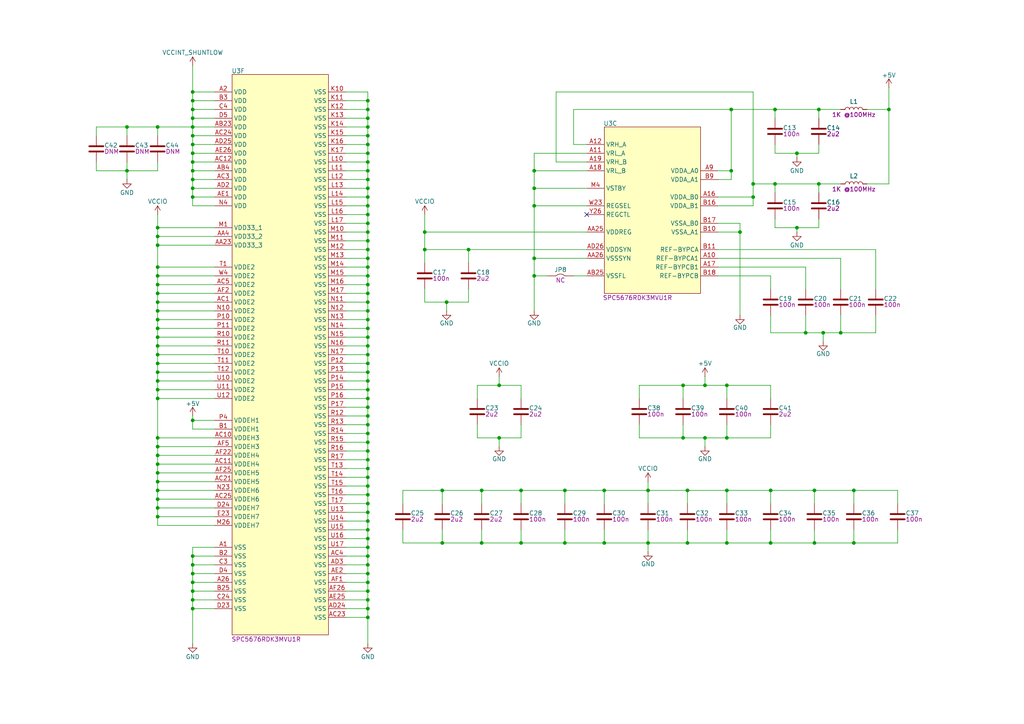
<source format=kicad_sch>
(kicad_sch (version 20231120) (generator "eeschema") (generator_version "8.0")
  (paper "A4")
  (junction (at 45.72 115.57))
  (junction (at 106.68 44.45))
  (junction (at 210.82 157.48))
  (junction (at 55.88 49.53))
  (junction (at 45.72 129.54))
  (junction (at 106.68 46.99))
  (junction (at 106.68 102.87))
  (junction (at 45.72 110.49))
  (junction (at 237.49 53.34))
  (junction (at 106.68 80.01))
  (junction (at 106.68 179.07))
  (junction (at 151.13 142.24))
  (junction (at 224.79 31.75))
  (junction (at 106.68 77.47))
  (junction (at 106.68 115.57))
  (junction (at 55.88 34.29))
  (junction (at 55.88 161.29))
  (junction (at 45.72 82.55))
  (junction (at 106.68 92.71))
  (junction (at 238.76 96.52))
  (junction (at 106.68 118.11))
  (junction (at 106.68 54.61))
  (junction (at 106.68 52.07))
  (junction (at 45.72 139.7))
  (junction (at 45.72 134.62))
  (junction (at 123.19 72.39))
  (junction (at 55.88 163.83))
  (junction (at 106.68 97.79))
  (junction (at 199.39 142.24))
  (junction (at 187.96 142.24))
  (junction (at 45.72 92.71))
  (junction (at 36.83 36.83))
  (junction (at 106.68 105.41))
  (junction (at 218.44 57.15))
  (junction (at 210.82 127))
  (junction (at 55.88 171.45))
  (junction (at 154.94 54.61))
  (junction (at 243.84 96.52))
  (junction (at 106.68 29.21))
  (junction (at 55.88 26.67))
  (junction (at 154.94 59.69))
  (junction (at 55.88 52.07))
  (junction (at 198.12 127))
  (junction (at 231.14 66.04))
  (junction (at 106.68 57.15))
  (junction (at 106.68 163.83))
  (junction (at 106.68 135.89))
  (junction (at 106.68 64.77))
  (junction (at 45.72 132.08))
  (junction (at 106.68 151.13))
  (junction (at 45.72 137.16))
  (junction (at 163.83 157.48))
  (junction (at 106.68 158.75))
  (junction (at 247.65 157.48))
  (junction (at 154.94 80.01))
  (junction (at 106.68 90.17))
  (junction (at 106.68 168.91))
  (junction (at 106.68 110.49))
  (junction (at 106.68 36.83))
  (junction (at 106.68 69.85))
  (junction (at 45.72 85.09))
  (junction (at 55.88 168.91))
  (junction (at 106.68 49.53))
  (junction (at 106.68 130.81))
  (junction (at 247.65 142.24))
  (junction (at 144.78 127))
  (junction (at 204.47 127))
  (junction (at 45.72 100.33))
  (junction (at 106.68 153.67))
  (junction (at 106.68 87.63))
  (junction (at 106.68 31.75))
  (junction (at 204.47 111.76))
  (junction (at 106.68 128.27))
  (junction (at 106.68 107.95))
  (junction (at 139.7 157.48))
  (junction (at 175.26 157.48))
  (junction (at 187.96 157.48))
  (junction (at 45.72 68.58))
  (junction (at 214.63 67.31))
  (junction (at 218.44 53.34))
  (junction (at 223.52 157.48))
  (junction (at 106.68 123.19))
  (junction (at 106.68 166.37))
  (junction (at 45.72 77.47))
  (junction (at 55.88 39.37))
  (junction (at 144.78 111.76))
  (junction (at 106.68 138.43))
  (junction (at 106.68 74.93))
  (junction (at 45.72 97.79))
  (junction (at 55.88 31.75))
  (junction (at 55.88 173.99))
  (junction (at 106.68 72.39))
  (junction (at 139.7 142.24))
  (junction (at 106.68 59.69))
  (junction (at 45.72 147.32))
  (junction (at 106.68 133.35))
  (junction (at 210.82 111.76))
  (junction (at 45.72 142.24))
  (junction (at 45.72 107.95))
  (junction (at 212.09 31.75))
  (junction (at 129.54 87.63))
  (junction (at 45.72 66.04))
  (junction (at 106.68 173.99))
  (junction (at 36.83 49.53))
  (junction (at 45.72 36.83))
  (junction (at 45.72 113.03))
  (junction (at 45.72 95.25))
  (junction (at 257.81 31.75))
  (junction (at 106.68 171.45))
  (junction (at 55.88 44.45))
  (junction (at 106.68 125.73))
  (junction (at 45.72 149.86))
  (junction (at 106.68 95.25))
  (junction (at 106.68 62.23))
  (junction (at 45.72 80.01))
  (junction (at 163.83 142.24))
  (junction (at 55.88 46.99))
  (junction (at 55.88 166.37))
  (junction (at 128.27 157.48))
  (junction (at 233.68 96.52))
  (junction (at 106.68 82.55))
  (junction (at 135.89 72.39))
  (junction (at 45.72 144.78))
  (junction (at 198.12 111.76))
  (junction (at 55.88 41.91))
  (junction (at 210.82 142.24))
  (junction (at 45.72 90.17))
  (junction (at 199.39 157.48))
  (junction (at 106.68 146.05))
  (junction (at 55.88 54.61))
  (junction (at 106.68 34.29))
  (junction (at 45.72 127))
  (junction (at 106.68 100.33))
  (junction (at 55.88 176.53))
  (junction (at 106.68 39.37))
  (junction (at 236.22 142.24))
  (junction (at 55.88 121.92))
  (junction (at 106.68 67.31))
  (junction (at 55.88 29.21))
  (junction (at 154.94 74.93))
  (junction (at 175.26 142.24))
  (junction (at 45.72 71.12))
  (junction (at 224.79 53.34))
  (junction (at 106.68 85.09))
  (junction (at 106.68 161.29))
  (junction (at 151.13 157.48))
  (junction (at 55.88 57.15))
  (junction (at 236.22 157.48))
  (junction (at 123.19 67.31))
  (junction (at 223.52 142.24))
  (junction (at 128.27 142.24))
  (junction (at 106.68 41.91))
  (junction (at 45.72 87.63))
  (junction (at 106.68 156.21))
  (junction (at 45.72 102.87))
  (junction (at 237.49 31.75))
  (junction (at 106.68 176.53))
  (junction (at 106.68 120.65))
  (junction (at 45.72 105.41))
  (junction (at 106.68 143.51))
  (junction (at 231.14 44.45))
  (junction (at 106.68 113.03))
  (junction (at 55.88 36.83))
  (junction (at 106.68 148.59))
  (junction (at 154.94 49.53))
  (junction (at 212.09 49.53))
  (junction (at 106.68 140.97))
  (no_connect (at 170.18 62.23))
  (wire (pts (xy 223.52 111.76) (xy 223.52 115.57)))
  (wire (pts (xy 55.88 57.15) (xy 55.88 59.69)))
  (wire (pts (xy 100.33 171.45) (xy 106.68 171.45)))
  (wire (pts (xy 27.94 36.83) (xy 36.83 36.83)))
  (wire (pts (xy 45.72 71.12) (xy 45.72 68.58)))
  (wire (pts (xy 106.68 57.15) (xy 106.68 59.69)))
  (wire (pts (xy 163.83 157.48) (xy 175.26 157.48)))
  (wire (pts (xy 231.14 66.04) (xy 237.49 66.04)))
  (wire (pts (xy 100.33 31.75) (xy 106.68 31.75)))
  (wire (pts (xy 100.33 44.45) (xy 106.68 44.45)))
  (wire (pts (xy 55.88 19.05) (xy 55.88 26.67)))
  (wire (pts (xy 45.72 152.4) (xy 45.72 149.86)))
  (wire (pts (xy 106.68 95.25) (xy 106.68 97.79)))
  (wire (pts (xy 247.65 142.24) (xy 260.35 142.24)))
  (wire (pts (xy 204.47 127) (xy 204.47 129.54)))
  (wire (pts (xy 100.33 125.73) (xy 106.68 125.73)))
  (wire (pts (xy 100.33 67.31) (xy 106.68 67.31)))
  (wire (pts (xy 55.88 121.92) (xy 55.88 124.46)))
  (wire (pts (xy 218.44 57.15) (xy 218.44 59.69)))
  (wire (pts (xy 45.72 97.79) (xy 62.23 97.79)))
  (wire (pts (xy 45.72 92.71) (xy 45.72 90.17)))
  (wire (pts (xy 204.47 127) (xy 210.82 127)))
  (wire (pts (xy 55.88 173.99) (xy 62.23 173.99)))
  (wire (pts (xy 151.13 127) (xy 151.13 123.19)))
  (wire (pts (xy 185.42 115.57) (xy 185.42 111.76)))
  (wire (pts (xy 106.68 135.89) (xy 106.68 138.43)))
  (wire (pts (xy 55.88 166.37) (xy 55.88 168.91)))
  (wire (pts (xy 212.09 49.53) (xy 212.09 31.75)))
  (wire (pts (xy 55.88 176.53) (xy 62.23 176.53)))
  (wire (pts (xy 106.68 92.71) (xy 106.68 95.25)))
  (wire (pts (xy 224.79 31.75) (xy 224.79 34.29)))
  (wire (pts (xy 100.33 128.27) (xy 106.68 128.27)))
  (wire (pts (xy 175.26 142.24) (xy 187.96 142.24)))
  (wire (pts (xy 100.33 54.61) (xy 106.68 54.61)))
  (wire (pts (xy 151.13 157.48) (xy 163.83 157.48)))
  (wire (pts (xy 100.33 74.93) (xy 106.68 74.93)))
  (wire (pts (xy 100.33 34.29) (xy 106.68 34.29)))
  (wire (pts (xy 236.22 142.24) (xy 247.65 142.24)))
  (wire (pts (xy 27.94 46.99) (xy 27.94 49.53)))
  (wire (pts (xy 100.33 102.87) (xy 106.68 102.87)))
  (wire (pts (xy 237.49 53.34) (xy 243.84 53.34)))
  (wire (pts (xy 45.72 66.04) (xy 45.72 68.58)))
  (wire (pts (xy 154.94 74.93) (xy 154.94 80.01)))
  (wire (pts (xy 100.33 29.21) (xy 106.68 29.21)))
  (wire (pts (xy 163.83 142.24) (xy 163.83 146.05)))
  (wire (pts (xy 154.94 49.53) (xy 170.18 49.53)))
  (wire (pts (xy 199.39 142.24) (xy 199.39 146.05)))
  (wire (pts (xy 100.33 115.57) (xy 106.68 115.57)))
  (wire (pts (xy 45.72 105.41) (xy 62.23 105.41)))
  (wire (pts (xy 100.33 113.03) (xy 106.68 113.03)))
  (wire (pts (xy 100.33 107.95) (xy 106.68 107.95)))
  (wire (pts (xy 208.28 72.39) (xy 254 72.39)))
  (wire (pts (xy 237.49 31.75) (xy 237.49 34.29)))
  (wire (pts (xy 100.33 151.13) (xy 106.68 151.13)))
  (wire (pts (xy 106.68 62.23) (xy 106.68 64.77)))
  (wire (pts (xy 62.23 152.4) (xy 45.72 152.4)))
  (wire (pts (xy 166.37 80.01) (xy 170.18 80.01)))
  (wire (pts (xy 123.19 87.63) (xy 129.54 87.63)))
  (wire (pts (xy 106.68 77.47) (xy 106.68 80.01)))
  (wire (pts (xy 154.94 59.69) (xy 154.94 74.93)))
  (wire (pts (xy 100.33 123.19) (xy 106.68 123.19)))
  (wire (pts (xy 45.72 62.23) (xy 45.72 66.04)))
  (wire (pts (xy 100.33 148.59) (xy 106.68 148.59)))
  (wire (pts (xy 100.33 153.67) (xy 106.68 153.67)))
  (wire (pts (xy 185.42 127) (xy 198.12 127)))
  (wire (pts (xy 236.22 153.67) (xy 236.22 157.48)))
  (wire (pts (xy 55.88 158.75) (xy 55.88 161.29)))
  (wire (pts (xy 175.26 142.24) (xy 175.26 146.05)))
  (wire (pts (xy 55.88 34.29) (xy 55.88 36.83)))
  (wire (pts (xy 45.72 132.08) (xy 62.23 132.08)))
  (wire (pts (xy 100.33 176.53) (xy 106.68 176.53)))
  (wire (pts (xy 106.68 44.45) (xy 106.68 46.99)))
  (wire (pts (xy 100.33 64.77) (xy 106.68 64.77)))
  (wire (pts (xy 154.94 59.69) (xy 170.18 59.69)))
  (wire (pts (xy 208.28 74.93) (xy 243.84 74.93)))
  (wire (pts (xy 128.27 153.67) (xy 128.27 157.48)))
  (wire (pts (xy 100.33 138.43) (xy 106.68 138.43)))
  (wire (pts (xy 45.72 132.08) (xy 45.72 129.54)))
  (wire (pts (xy 55.88 46.99) (xy 55.88 49.53)))
  (wire (pts (xy 45.72 71.12) (xy 62.23 71.12)))
  (wire (pts (xy 138.43 123.19) (xy 138.43 127)))
  (wire (pts (xy 251.46 31.75) (xy 257.81 31.75)))
  (wire (pts (xy 100.33 168.91) (xy 106.68 168.91)))
  (wire (pts (xy 260.35 142.24) (xy 260.35 146.05)))
  (wire (pts (xy 100.33 69.85) (xy 106.68 69.85)))
  (wire (pts (xy 106.68 151.13) (xy 106.68 153.67)))
  (wire (pts (xy 55.88 168.91) (xy 62.23 168.91)))
  (wire (pts (xy 45.72 49.53) (xy 45.72 46.99)))
  (wire (pts (xy 45.72 139.7) (xy 62.23 139.7)))
  (wire (pts (xy 45.72 147.32) (xy 45.72 144.78)))
  (wire (pts (xy 223.52 142.24) (xy 236.22 142.24)))
  (wire (pts (xy 45.72 129.54) (xy 45.72 127)))
  (wire (pts (xy 100.33 110.49) (xy 106.68 110.49)))
  (wire (pts (xy 55.88 34.29) (xy 62.23 34.29)))
  (wire (pts (xy 154.94 54.61) (xy 154.94 59.69)))
  (wire (pts (xy 45.72 144.78) (xy 45.72 142.24)))
  (wire (pts (xy 55.88 161.29) (xy 55.88 163.83)))
  (wire (pts (xy 128.27 157.48) (xy 139.7 157.48)))
  (wire (pts (xy 106.68 102.87) (xy 106.68 105.41)))
  (wire (pts (xy 233.68 91.44) (xy 233.68 96.52)))
  (wire (pts (xy 224.79 53.34) (xy 237.49 53.34)))
  (wire (pts (xy 210.82 142.24) (xy 210.82 146.05)))
  (wire (pts (xy 100.33 135.89) (xy 106.68 135.89)))
  (wire (pts (xy 212.09 49.53) (xy 208.28 49.53)))
  (wire (pts (xy 257.81 31.75) (xy 257.81 53.34)))
  (wire (pts (xy 55.88 41.91) (xy 62.23 41.91)))
  (wire (pts (xy 260.35 157.48) (xy 260.35 153.67)))
  (wire (pts (xy 100.33 120.65) (xy 106.68 120.65)))
  (wire (pts (xy 187.96 139.7) (xy 187.96 142.24)))
  (wire (pts (xy 55.88 39.37) (xy 55.88 41.91)))
  (wire (pts (xy 223.52 127) (xy 223.52 123.19)))
  (wire (pts (xy 106.68 31.75) (xy 106.68 34.29)))
  (wire (pts (xy 55.88 173.99) (xy 55.88 176.53)))
  (wire (pts (xy 116.84 142.24) (xy 116.84 146.05)))
  (wire (pts (xy 247.65 153.67) (xy 247.65 157.48)))
  (wire (pts (xy 55.88 161.29) (xy 62.23 161.29)))
  (wire (pts (xy 100.33 95.25) (xy 106.68 95.25)))
  (wire (pts (xy 55.88 31.75) (xy 62.23 31.75)))
  (wire (pts (xy 199.39 157.48) (xy 210.82 157.48)))
  (wire (pts (xy 135.89 72.39) (xy 135.89 76.2)))
  (wire (pts (xy 100.33 80.01) (xy 106.68 80.01)))
  (wire (pts (xy 175.26 157.48) (xy 187.96 157.48)))
  (wire (pts (xy 139.7 142.24) (xy 151.13 142.24)))
  (wire (pts (xy 100.33 36.83) (xy 106.68 36.83)))
  (wire (pts (xy 154.94 54.61) (xy 170.18 54.61)))
  (wire (pts (xy 45.72 144.78) (xy 62.23 144.78)))
  (wire (pts (xy 106.68 168.91) (xy 106.68 171.45)))
  (wire (pts (xy 27.94 49.53) (xy 36.83 49.53)))
  (wire (pts (xy 100.33 166.37) (xy 106.68 166.37)))
  (wire (pts (xy 237.49 31.75) (xy 243.84 31.75)))
  (wire (pts (xy 187.96 157.48) (xy 199.39 157.48)))
  (wire (pts (xy 116.84 153.67) (xy 116.84 157.48)))
  (wire (pts (xy 106.68 34.29) (xy 106.68 36.83)))
  (wire (pts (xy 55.88 54.61) (xy 62.23 54.61)))
  (wire (pts (xy 45.72 82.55) (xy 62.23 82.55)))
  (wire (pts (xy 55.88 171.45) (xy 55.88 173.99)))
  (wire (pts (xy 100.33 173.99) (xy 106.68 173.99)))
  (wire (pts (xy 62.23 129.54) (xy 45.72 129.54)))
  (wire (pts (xy 106.68 163.83) (xy 106.68 166.37)))
  (wire (pts (xy 106.68 29.21) (xy 106.68 31.75)))
  (wire (pts (xy 123.19 67.31) (xy 170.18 67.31)))
  (wire (pts (xy 45.72 100.33) (xy 45.72 97.79)))
  (wire (pts (xy 100.33 57.15) (xy 106.68 57.15)))
  (wire (pts (xy 106.68 97.79) (xy 106.68 100.33)))
  (wire (pts (xy 212.09 31.75) (xy 166.37 31.75)))
  (wire (pts (xy 45.72 95.25) (xy 62.23 95.25)))
  (wire (pts (xy 106.68 87.63) (xy 106.68 90.17)))
  (wire (pts (xy 208.28 77.47) (xy 233.68 77.47)))
  (wire (pts (xy 185.42 111.76) (xy 198.12 111.76)))
  (wire (pts (xy 45.72 110.49) (xy 62.23 110.49)))
  (wire (pts (xy 100.33 156.21) (xy 106.68 156.21)))
  (wire (pts (xy 106.68 54.61) (xy 106.68 57.15)))
  (wire (pts (xy 151.13 142.24) (xy 151.13 146.05)))
  (wire (pts (xy 45.72 134.62) (xy 62.23 134.62)))
  (wire (pts (xy 144.78 127) (xy 151.13 127)))
  (wire (pts (xy 106.68 130.81) (xy 106.68 133.35)))
  (wire (pts (xy 45.72 139.7) (xy 45.72 137.16)))
  (wire (pts (xy 187.96 157.48) (xy 187.96 160.02)))
  (wire (pts (xy 100.33 85.09) (xy 106.68 85.09)))
  (wire (pts (xy 100.33 82.55) (xy 106.68 82.55)))
  (wire (pts (xy 106.68 72.39) (xy 106.68 74.93)))
  (wire (pts (xy 100.33 90.17) (xy 106.68 90.17)))
  (wire (pts (xy 161.29 26.67) (xy 161.29 46.99)))
  (wire (pts (xy 257.81 25.4) (xy 257.81 31.75)))
  (wire (pts (xy 45.72 137.16) (xy 62.23 137.16)))
  (wire (pts (xy 212.09 52.07) (xy 212.09 49.53)))
  (wire (pts (xy 139.7 153.67) (xy 139.7 157.48)))
  (wire (pts (xy 116.84 142.24) (xy 128.27 142.24)))
  (wire (pts (xy 106.68 153.67) (xy 106.68 156.21)))
  (wire (pts (xy 233.68 96.52) (xy 238.76 96.52)))
  (wire (pts (xy 161.29 46.99) (xy 170.18 46.99)))
  (wire (pts (xy 199.39 142.24) (xy 210.82 142.24)))
  (wire (pts (xy 45.72 85.09) (xy 45.72 82.55)))
  (wire (pts (xy 36.83 36.83) (xy 45.72 36.83)))
  (wire (pts (xy 100.33 161.29) (xy 106.68 161.29)))
  (wire (pts (xy 45.72 127) (xy 45.72 115.57)))
  (wire (pts (xy 100.33 146.05) (xy 106.68 146.05)))
  (wire (pts (xy 106.68 161.29) (xy 106.68 163.83)))
  (wire (pts (xy 224.79 44.45) (xy 231.14 44.45)))
  (wire (pts (xy 163.83 142.24) (xy 175.26 142.24)))
  (wire (pts (xy 45.72 142.24) (xy 45.72 139.7)))
  (wire (pts (xy 45.72 113.03) (xy 62.23 113.03)))
  (wire (pts (xy 106.68 64.77) (xy 106.68 67.31)))
  (wire (pts (xy 198.12 111.76) (xy 198.12 115.57)))
  (wire (pts (xy 144.78 109.22) (xy 144.78 111.76)))
  (wire (pts (xy 55.88 120.65) (xy 55.88 121.92)))
  (wire (pts (xy 100.33 118.11) (xy 106.68 118.11)))
  (wire (pts (xy 45.72 80.01) (xy 45.72 77.47)))
  (wire (pts (xy 55.88 36.83) (xy 55.88 39.37)))
  (wire (pts (xy 218.44 26.67) (xy 218.44 53.34)))
  (wire (pts (xy 237.49 53.34) (xy 237.49 55.88)))
  (wire (pts (xy 106.68 39.37) (xy 106.68 41.91)))
  (wire (pts (xy 198.12 127) (xy 204.47 127)))
  (wire (pts (xy 187.96 142.24) (xy 199.39 142.24)))
  (wire (pts (xy 106.68 138.43) (xy 106.68 140.97)))
  (wire (pts (xy 236.22 157.48) (xy 247.65 157.48)))
  (wire (pts (xy 123.19 62.23) (xy 123.19 67.31)))
  (wire (pts (xy 45.72 147.32) (xy 62.23 147.32)))
  (wire (pts (xy 100.33 49.53) (xy 106.68 49.53)))
  (wire (pts (xy 106.68 120.65) (xy 106.68 123.19)))
  (wire (pts (xy 55.88 171.45) (xy 62.23 171.45)))
  (wire (pts (xy 210.82 111.76) (xy 210.82 115.57)))
  (wire (pts (xy 231.14 44.45) (xy 231.14 45.72)))
  (wire (pts (xy 55.88 31.75) (xy 55.88 34.29)))
  (wire (pts (xy 224.79 66.04) (xy 231.14 66.04)))
  (wire (pts (xy 236.22 142.24) (xy 236.22 146.05)))
  (wire (pts (xy 123.19 72.39) (xy 123.19 76.2)))
  (wire (pts (xy 55.88 176.53) (xy 55.88 186.69)))
  (wire (pts (xy 106.68 143.51) (xy 106.68 146.05)))
  (wire (pts (xy 45.72 77.47) (xy 45.72 71.12)))
  (wire (pts (xy 106.68 128.27) (xy 106.68 130.81)))
  (wire (pts (xy 55.88 166.37) (xy 62.23 166.37)))
  (wire (pts (xy 45.72 80.01) (xy 62.23 80.01)))
  (wire (pts (xy 45.72 102.87) (xy 45.72 100.33)))
  (wire (pts (xy 106.68 146.05) (xy 106.68 148.59)))
  (wire (pts (xy 106.68 85.09) (xy 106.68 87.63)))
  (wire (pts (xy 45.72 134.62) (xy 45.72 132.08)))
  (wire (pts (xy 212.09 52.07) (xy 208.28 52.07)))
  (wire (pts (xy 128.27 142.24) (xy 128.27 146.05)))
  (wire (pts (xy 151.13 111.76) (xy 151.13 115.57)))
  (wire (pts (xy 208.28 57.15) (xy 218.44 57.15)))
  (wire (pts (xy 254 96.52) (xy 254 91.44)))
  (wire (pts (xy 36.83 36.83) (xy 36.83 39.37)))
  (wire (pts (xy 45.72 102.87) (xy 62.23 102.87)))
  (wire (pts (xy 106.68 49.53) (xy 106.68 52.07)))
  (wire (pts (xy 210.82 127) (xy 223.52 127)))
  (wire (pts (xy 106.68 107.95) (xy 106.68 110.49)))
  (wire (pts (xy 224.79 66.04) (xy 224.79 63.5)))
  (wire (pts (xy 154.94 80.01) (xy 154.94 90.17)))
  (wire (pts (xy 106.68 156.21) (xy 106.68 158.75)))
  (wire (pts (xy 129.54 87.63) (xy 135.89 87.63)))
  (wire (pts (xy 45.72 90.17) (xy 62.23 90.17)))
  (wire (pts (xy 100.33 77.47) (xy 106.68 77.47)))
  (wire (pts (xy 231.14 66.04) (xy 231.14 67.31)))
  (wire (pts (xy 116.84 157.48) (xy 128.27 157.48)))
  (wire (pts (xy 100.33 62.23) (xy 106.68 62.23)))
  (wire (pts (xy 100.33 143.51) (xy 106.68 143.51)))
  (wire (pts (xy 45.72 149.86) (xy 62.23 149.86)))
  (wire (pts (xy 45.72 85.09) (xy 62.23 85.09)))
  (wire (pts (xy 163.83 153.67) (xy 163.83 157.48)))
  (wire (pts (xy 45.72 87.63) (xy 62.23 87.63)))
  (wire (pts (xy 247.65 157.48) (xy 260.35 157.48)))
  (wire (pts (xy 45.72 82.55) (xy 45.72 80.01)))
  (wire (pts (xy 45.72 100.33) (xy 62.23 100.33)))
  (wire (pts (xy 106.68 74.93) (xy 106.68 77.47)))
  (wire (pts (xy 154.94 49.53) (xy 154.94 54.61)))
  (wire (pts (xy 208.28 67.31) (xy 214.63 67.31)))
  (wire (pts (xy 106.68 123.19) (xy 106.68 125.73)))
  (wire (pts (xy 100.33 158.75) (xy 106.68 158.75)))
  (wire (pts (xy 106.68 41.91) (xy 106.68 44.45)))
  (wire (pts (xy 138.43 127) (xy 144.78 127)))
  (wire (pts (xy 45.72 105.41) (xy 45.72 102.87)))
  (wire (pts (xy 243.84 91.44) (xy 243.84 96.52)))
  (wire (pts (xy 166.37 41.91) (xy 170.18 41.91)))
  (wire (pts (xy 55.88 163.83) (xy 55.88 166.37)))
  (wire (pts (xy 55.88 168.91) (xy 55.88 171.45)))
  (wire (pts (xy 55.88 44.45) (xy 55.88 46.99)))
  (wire (pts (xy 106.68 26.67) (xy 106.68 29.21)))
  (wire (pts (xy 45.72 142.24) (xy 62.23 142.24)))
  (wire (pts (xy 129.54 87.63) (xy 129.54 90.17)))
  (wire (pts (xy 224.79 53.34) (xy 224.79 55.88)))
  (wire (pts (xy 36.83 46.99) (xy 36.83 49.53)))
  (wire (pts (xy 237.49 44.45) (xy 237.49 41.91)))
  (wire (pts (xy 62.23 115.57) (xy 45.72 115.57)))
  (wire (pts (xy 210.82 153.67) (xy 210.82 157.48)))
  (wire (pts (xy 223.52 80.01) (xy 223.52 83.82)))
  (wire (pts (xy 233.68 77.47) (xy 233.68 83.82)))
  (wire (pts (xy 55.88 26.67) (xy 62.23 26.67)))
  (wire (pts (xy 100.33 97.79) (xy 106.68 97.79)))
  (wire (pts (xy 45.72 113.03) (xy 45.72 110.49)))
  (wire (pts (xy 106.68 110.49) (xy 106.68 113.03)))
  (wire (pts (xy 55.88 29.21) (xy 55.88 31.75)))
  (wire (pts (xy 100.33 92.71) (xy 106.68 92.71)))
  (wire (pts (xy 198.12 111.76) (xy 204.47 111.76)))
  (wire (pts (xy 106.68 158.75) (xy 106.68 161.29)))
  (wire (pts (xy 100.33 41.91) (xy 106.68 41.91)))
  (wire (pts (xy 106.68 67.31) (xy 106.68 69.85)))
  (wire (pts (xy 100.33 130.81) (xy 106.68 130.81)))
  (wire (pts (xy 254 72.39) (xy 254 83.82)))
  (wire (pts (xy 45.72 115.57) (xy 45.72 113.03)))
  (wire (pts (xy 151.13 153.67) (xy 151.13 157.48)))
  (wire (pts (xy 106.68 140.97) (xy 106.68 143.51)))
  (wire (pts (xy 208.28 64.77) (xy 214.63 64.77)))
  (wire (pts (xy 45.72 68.58) (xy 62.23 68.58)))
  (wire (pts (xy 212.09 31.75) (xy 224.79 31.75)))
  (wire (pts (xy 62.23 66.04) (xy 45.72 66.04)))
  (wire (pts (xy 106.68 80.01) (xy 106.68 82.55)))
  (wire (pts (xy 106.68 46.99) (xy 106.68 49.53)))
  (wire (pts (xy 27.94 36.83) (xy 27.94 39.37)))
  (wire (pts (xy 106.68 115.57) (xy 106.68 118.11)))
  (wire (pts (xy 55.88 121.92) (xy 62.23 121.92)))
  (wire (pts (xy 100.33 87.63) (xy 106.68 87.63)))
  (wire (pts (xy 223.52 142.24) (xy 223.52 146.05)))
  (wire (pts (xy 210.82 111.76) (xy 223.52 111.76)))
  (wire (pts (xy 218.44 53.34) (xy 224.79 53.34)))
  (wire (pts (xy 185.42 123.19) (xy 185.42 127)))
  (wire (pts (xy 210.82 123.19) (xy 210.82 127)))
  (wire (pts (xy 139.7 157.48) (xy 151.13 157.48)))
  (wire (pts (xy 45.72 77.47) (xy 62.23 77.47)))
  (wire (pts (xy 175.26 153.67) (xy 175.26 157.48)))
  (wire (pts (xy 238.76 96.52) (xy 238.76 99.06)))
  (wire (pts (xy 106.68 52.07) (xy 106.68 54.61)))
  (wire (pts (xy 62.23 127) (xy 45.72 127)))
  (wire (pts (xy 204.47 109.22) (xy 204.47 111.76)))
  (wire (pts (xy 106.68 173.99) (xy 106.68 176.53)))
  (wire (pts (xy 100.33 140.97) (xy 106.68 140.97)))
  (wire (pts (xy 106.68 90.17) (xy 106.68 92.71)))
  (wire (pts (xy 170.18 44.45) (xy 154.94 44.45)))
  (wire (pts (xy 210.82 142.24) (xy 223.52 142.24)))
  (wire (pts (xy 100.33 133.35) (xy 106.68 133.35)))
  (wire (pts (xy 237.49 66.04) (xy 237.49 63.5)))
  (wire (pts (xy 154.94 44.45) (xy 154.94 49.53)))
  (wire (pts (xy 199.39 153.67) (xy 199.39 157.48)))
  (wire (pts (xy 55.88 52.07) (xy 62.23 52.07)))
  (wire (pts (xy 45.72 107.95) (xy 62.23 107.95)))
  (wire (pts (xy 106.68 133.35) (xy 106.68 135.89)))
  (wire (pts (xy 208.28 80.01) (xy 223.52 80.01)))
  (wire (pts (xy 55.88 54.61) (xy 55.88 57.15)))
  (wire (pts (xy 106.68 59.69) (xy 106.68 62.23)))
  (wire (pts (xy 55.88 57.15) (xy 62.23 57.15)))
  (wire (pts (xy 247.65 142.24) (xy 247.65 146.05)))
  (wire (pts (xy 100.33 100.33) (xy 106.68 100.33)))
  (wire (pts (xy 106.68 179.07) (xy 106.68 186.69)))
  (wire (pts (xy 223.52 91.44) (xy 223.52 96.52)))
  (wire (pts (xy 223.52 157.48) (xy 236.22 157.48)))
  (wire (pts (xy 218.44 26.67) (xy 161.29 26.67)))
  (wire (pts (xy 55.88 44.45) (xy 62.23 44.45)))
  (wire (pts (xy 243.84 74.93) (xy 243.84 83.82)))
  (wire (pts (xy 204.47 111.76) (xy 210.82 111.76)))
  (wire (pts (xy 139.7 146.05) (xy 139.7 142.24)))
  (wire (pts (xy 100.33 179.07) (xy 106.68 179.07)))
  (wire (pts (xy 223.52 96.52) (xy 233.68 96.52)))
  (wire (pts (xy 45.72 90.17) (xy 45.72 87.63)))
  (wire (pts (xy 106.68 148.59) (xy 106.68 151.13)))
  (wire (pts (xy 100.33 46.99) (xy 106.68 46.99)))
  (wire (pts (xy 45.72 87.63) (xy 45.72 85.09)))
  (wire (pts (xy 151.13 142.24) (xy 163.83 142.24)))
  (wire (pts (xy 135.89 87.63) (xy 135.89 83.82)))
  (wire (pts (xy 123.19 67.31) (xy 123.19 72.39)))
  (wire (pts (xy 100.33 72.39) (xy 106.68 72.39)))
  (wire (pts (xy 123.19 83.82) (xy 123.19 87.63)))
  (wire (pts (xy 154.94 80.01) (xy 158.75 80.01)))
  (wire (pts (xy 45.72 137.16) (xy 45.72 134.62)))
  (wire (pts (xy 123.19 72.39) (xy 135.89 72.39)))
  (wire (pts (xy 223.52 153.67) (xy 223.52 157.48)))
  (wire (pts (xy 187.96 142.24) (xy 187.96 146.05)))
  (wire (pts (xy 55.88 49.53) (xy 55.88 52.07)))
  (wire (pts (xy 45.72 36.83) (xy 45.72 39.37)))
  (wire (pts (xy 36.83 49.53) (xy 36.83 52.07)))
  (wire (pts (xy 106.68 69.85) (xy 106.68 72.39)))
  (wire (pts (xy 100.33 39.37) (xy 106.68 39.37)))
  (wire (pts (xy 106.68 113.03) (xy 106.68 115.57)))
  (wire (pts (xy 144.78 111.76) (xy 151.13 111.76)))
  (wire (pts (xy 154.94 74.93) (xy 170.18 74.93)))
  (wire (pts (xy 106.68 166.37) (xy 106.68 168.91)))
  (wire (pts (xy 214.63 64.77) (xy 214.63 67.31)))
  (wire (pts (xy 45.72 110.49) (xy 45.72 107.95)))
  (wire (pts (xy 100.33 59.69) (xy 106.68 59.69)))
  (wire (pts (xy 106.68 118.11) (xy 106.68 120.65)))
  (wire (pts (xy 55.88 49.53) (xy 62.23 49.53)))
  (wire (pts (xy 45.72 95.25) (xy 45.72 92.71)))
  (wire (pts (xy 100.33 105.41) (xy 106.68 105.41)))
  (wire (pts (xy 224.79 41.91) (xy 224.79 44.45)))
  (wire (pts (xy 231.14 44.45) (xy 237.49 44.45)))
  (wire (pts (xy 187.96 153.67) (xy 187.96 157.48)))
  (wire (pts (xy 45.72 36.83) (xy 55.88 36.83)))
  (wire (pts (xy 55.88 46.99) (xy 62.23 46.99)))
  (wire (pts (xy 55.88 59.69) (xy 62.23 59.69)))
  (wire (pts (xy 218.44 59.69) (xy 208.28 59.69)))
  (wire (pts (xy 106.68 82.55) (xy 106.68 85.09)))
  (wire (pts (xy 218.44 53.34) (xy 218.44 57.15)))
  (wire (pts (xy 170.18 72.39) (xy 135.89 72.39)))
  (wire (pts (xy 55.88 52.07) (xy 55.88 54.61)))
  (wire (pts (xy 106.68 176.53) (xy 106.68 179.07)))
  (wire (pts (xy 55.88 41.91) (xy 55.88 44.45)))
  (wire (pts (xy 45.72 97.79) (xy 45.72 95.25)))
  (wire (pts (xy 198.12 123.19) (xy 198.12 127)))
  (wire (pts (xy 100.33 52.07) (xy 106.68 52.07)))
  (wire (pts (xy 45.72 149.86) (xy 45.72 147.32)))
  (wire (pts (xy 106.68 171.45) (xy 106.68 173.99)))
  (wire (pts (xy 55.88 26.67) (xy 55.88 29.21)))
  (wire (pts (xy 106.68 105.41) (xy 106.68 107.95)))
  (wire (pts (xy 55.88 39.37) (xy 62.23 39.37)))
  (wire (pts (xy 138.43 115.57) (xy 138.43 111.76)))
  (wire (pts (xy 243.84 96.52) (xy 254 96.52)))
  (wire (pts (xy 100.33 163.83) (xy 106.68 163.83)))
  (wire (pts (xy 55.88 158.75) (xy 62.23 158.75)))
  (wire (pts (xy 62.23 124.46) (xy 55.88 124.46)))
  (wire (pts (xy 45.72 107.95) (xy 45.72 105.41)))
  (wire (pts (xy 106.68 100.33) (xy 106.68 102.87)))
  (wire (pts (xy 144.78 127) (xy 144.78 129.54)))
  (wire (pts (xy 166.37 31.75) (xy 166.37 41.91)))
  (wire (pts (xy 138.43 111.76) (xy 144.78 111.76)))
  (wire (pts (xy 36.83 49.53) (xy 45.72 49.53)))
  (wire (pts (xy 55.88 163.83) (xy 62.23 163.83)))
  (wire (pts (xy 106.68 36.83) (xy 106.68 39.37)))
  (wire (pts (xy 251.46 53.34) (xy 257.81 53.34)))
  (wire (pts (xy 100.33 26.67) (xy 106.68 26.67)))
  (wire (pts (xy 210.82 157.48) (xy 223.52 157.48)))
  (wire (pts (xy 106.68 125.73) (xy 106.68 128.27)))
  (wire (pts (xy 128.27 142.24) (xy 139.7 142.24)))
  (wire (pts (xy 55.88 36.83) (xy 62.23 36.83)))
  (wire (pts (xy 55.88 29.21) (xy 62.23 29.21)))
  (wire (pts (xy 45.72 92.71) (xy 62.23 92.71)))
  (wire (pts (xy 214.63 67.31) (xy 214.63 91.44)))
  (wire (pts (xy 224.79 31.75) (xy 237.49 31.75)))
  (wire (pts (xy 238.76 96.52) (xy 243.84 96.52)))
  (symbol (lib_id "power:VCC") (at 257.81 25.4 0) (unit 1)
    (property "Reference" "#PWR045" (effects (hide yes)))
    (property "Value" "+5V" (at 257.81 21.844 0))
    (property "Description" "Power symbol creates a global label with name \"VCC\"" (effects (hide yes)))
  )
  (symbol (lib_id "nae_caps:CAP_100n_16V_0402") (at 233.68 87.63 90) (unit 1)
    (property "Reference" "C20" (at 235.966 86.614 90) (effects (justify right)))
    (property "Value" "CAP_100n_16V_0402" (effects (hide yes)))
    (property "Footprint" "Capacitor_SMD:C_0402_1005Metric" (effects (hide yes)))
    (property "Datasheet" "https://www.yageo.com/upload/media/product/productsearch/datasheet/mlcc/UPY-GPHC_X7R_6.3V-to-250V_24.pdf" (effects (hide yes)))
    (property "Description" "CAP CER 0.1UF 16V X7R 0402" (effects (hide yes)))
    (property "Display Value" "100n" (at 235.966 88.392 90) (effects (justify right)))
    (property "Manufacturer" "YAGEO" (effects (hide yes)))
    (property "Manufacturer Part Number" "CC0402KRX7R7BB104" (effects (hide yes)))
    (property "Supplier 1" "DigiKey" (effects (hide yes)))
    (property "Supplier 1 Part Number" "311-1338-1-ND" (effects (hide yes)))
  )
  (symbol (lib_id "power:GND") (at 231.14 45.72 0) (unit 1)
    (property "Reference" "#PWR044" (effects (hide yes)))
    (property "Value" "GND" (at 231.14 49.53 0))
    (property "Description" "Power symbol creates a global label with name \"GND\" , ground" (effects (hide yes)))
  )
  (symbol (lib_id "power:GND") (at 231.14 67.31 0) (unit 1)
    (property "Reference" "#PWR043" (effects (hide yes)))
    (property "Value" "GND" (at 231.14 71.12 0))
    (property "Description" "Power symbol creates a global label with name \"GND\" , ground" (effects (hide yes)))
  )
  (symbol (lib_id "NAE_Integrated_Circuits:SPC5676RDK3MVU1R") (at 189.23 41.91 0) (unit 3)
    (property "Reference" "U3" (at 177.038 35.814 0))
    (property "Value" "SPC5676RDK3MVU1R" (effects (hide yes)))
    (property "Footprint" "tutorial_2_library:BGA416C100P26X26_2700X2700X255N" (effects (hide yes)))
    (property "Datasheet" "https://www.nxp.com/docs/en/data-sheet/MPC5676R.pdf" (effects (hide yes)))
    (property "Description" "IC MCU 32BIT 6MB FLASH 416PBGA" (effects (hide yes)))
    (property "Display Value" "SPC5676RDK3MVU1R" (at 184.912 86.36 0))
    (property "Manufacturer" "NXP USA Inc." (effects (hide yes)))
    (property "Manufacturer Part Number" "SPC5676RDK3MVU1R" (effects (hide yes)))
    (property "Supplier 1" "DigiKey" (effects (hide yes)))
    (property "Supplier 1 Part Number" "SPC5676RDK3MVU1R-ND" (effects (hide yes)))
  )
  (symbol (lib_id "power:GND") (at 106.68 186.69 0) (unit 1)
    (property "Reference" "#PWR033" (effects (hide yes)))
    (property "Value" "GND" (at 106.68 190.5 0))
    (property "Description" "Power symbol creates a global label with name \"GND\" , ground" (effects (hide yes)))
  )
  (symbol (lib_id "tutorial_2_library:CAP_DNM_0402") (at 36.83 43.18 90) (unit 1)
    (property "Reference" "C43" (at 39.116 42.164 90) (effects (justify right)))
    (property "Value" "CAP_DNM_0402" (effects (hide yes)))
    (property "Footprint" "Capacitor_SMD:C_0402_1005Metric" (effects (hide yes)))
    (property "Datasheet" "https://www.yageo.com/upload/media/product/productsearch/datasheet/mlcc/UPY-GPHC_X7R_6.3V-to-250V_24.pdf" (effects (hide yes)))
    (property "Description" "CAP CER 0402" (effects (hide yes)))
    (property "Display Value" "DNM" (at 39.116 43.942 90) (effects (justify right)))
    (property "Manufacturer" "YAGEO" (effects (hide yes)))
  )
  (symbol (lib_id "NAE_Connectors:Solder_Jumper_2_NC") (at 162.56 80.01 270) (unit 1)
    (property "Reference" "JP8" (at 162.56 78.232 90))
    (property "Footprint" "Jumper:SolderJumper-2_P1.3mm_Bridged2Bar_Pad1.0x1.5mm" (effects (hide yes)))
    (property "Display Value" "NC" (at 162.56 81.28 90))
  )
  (symbol (lib_id "power:GND") (at 238.76 99.06 0) (unit 1)
    (property "Reference" "#PWR041" (effects (hide yes)))
    (property "Value" "GND" (at 238.76 102.616 0))
    (property "Description" "Power symbol creates a global label with name \"GND\" , ground" (effects (hide yes)))
  )
  (symbol (lib_id "power:GND") (at 154.94 90.17 0) (unit 1)
    (property "Reference" "#PWR038" (effects (hide yes)))
    (property "Value" "GND" (at 154.94 93.726 0))
    (property "Description" "Power symbol creates a global label with name \"GND\" , ground" (effects (hide yes)))
  )
  (symbol (lib_id "tutorial_2_library:CAP_DNM_0402") (at 27.94 43.18 90) (unit 1)
    (property "Reference" "C42" (at 30.226 42.164 90) (effects (justify right)))
    (property "Value" "CAP_DNM_0402" (effects (hide yes)))
    (property "Footprint" "Capacitor_SMD:C_0402_1005Metric" (effects (hide yes)))
    (property "Datasheet" "https://www.yageo.com/upload/media/product/productsearch/datasheet/mlcc/UPY-GPHC_X7R_6.3V-to-250V_24.pdf" (effects (hide yes)))
    (property "Description" "CAP CER 0402" (effects (hide yes)))
    (property "Display Value" "DNM" (at 30.226 43.942 90) (effects (justify right)))
    (property "Manufacturer" "YAGEO" (effects (hide yes)))
  )
  (symbol (lib_id "nae_caps:CAP_2u2_10V_0603") (at 237.49 59.69 90) (unit 1)
    (property "Reference" "C16" (at 239.776 58.674 90) (effects (justify right)))
    (property "Value" "CAP_2u2_10V_0603" (effects (hide yes)))
    (property "Footprint" "Capacitor_SMD:C_0603_1608Metric" (effects (hide yes)))
    (property "Datasheet" "https://www.yageo.com/upload/media/product/productsearch/datasheet/mlcc/UPY-GPHC_X7R_6.3V-to-250V_24.pdf" (effects (hide yes)))
    (property "Description" "CAP CER 2.2UF 10V X7R 0603" (effects (hide yes)))
    (property "Display Value" "2u2" (at 239.776 60.452 90) (effects (justify right)))
    (property "Manufacturer" "YAGEO" (effects (hide yes)))
    (property "Manufacturer Part Number" "CC0603KPX7R6BB225" (effects (hide yes)))
    (property "Supplier 1" "DigiKey" (effects (hide yes)))
    (property "Supplier 1 Part Number" "13-CC0603KPX7R6BB225CT-ND" (effects (hide yes)))
    (property "Supplier 2" "no_data" (effects (hide yes)))
    (property "Supplier 2 Part Number" "no_data" (effects (hide yes)))
  )
  (symbol (lib_id "tutorial_2_library:CAP_DNM_0402") (at 45.72 43.18 90) (unit 1)
    (property "Reference" "C44" (at 48.006 42.164 90) (effects (justify right)))
    (property "Value" "CAP_DNM_0402" (effects (hide yes)))
    (property "Footprint" "Capacitor_SMD:C_0402_1005Metric" (effects (hide yes)))
    (property "Datasheet" "https://www.yageo.com/upload/media/product/productsearch/datasheet/mlcc/UPY-GPHC_X7R_6.3V-to-250V_24.pdf" (effects (hide yes)))
    (property "Description" "CAP CER 0402" (effects (hide yes)))
    (property "Display Value" "DNM" (at 48.006 43.942 90) (effects (justify right)))
    (property "Manufacturer" "YAGEO" (effects (hide yes)))
  )
  (symbol (lib_id "nae_caps:CAP_100n_16V_0402") (at 123.19 80.01 90) (unit 1)
    (property "Reference" "C17" (at 125.476 78.994 90) (effects (justify right)))
    (property "Value" "CAP_100n_16V_0402" (effects (hide yes)))
    (property "Footprint" "Capacitor_SMD:C_0402_1005Metric" (effects (hide yes)))
    (property "Datasheet" "https://www.yageo.com/upload/media/product/productsearch/datasheet/mlcc/UPY-GPHC_X7R_6.3V-to-250V_24.pdf" (effects (hide yes)))
    (property "Description" "CAP CER 0.1UF 16V X7R 0402" (effects (hide yes)))
    (property "Display Value" "100n" (at 125.476 80.772 90) (effects (justify right)))
    (property "Manufacturer" "YAGEO" (effects (hide yes)))
    (property "Manufacturer Part Number" "CC0402KRX7R7BB104" (effects (hide yes)))
    (property "Supplier 1" "DigiKey" (effects (hide yes)))
    (property "Supplier 1 Part Number" "311-1338-1-ND" (effects (hide yes)))
  )
  (symbol (lib_id "nae_caps:CAP_100n_16V_0402") (at 243.84 87.63 90) (unit 1)
    (property "Reference" "C21" (at 246.126 86.614 90) (effects (justify right)))
    (property "Value" "CAP_100n_16V_0402" (effects (hide yes)))
    (property "Footprint" "Capacitor_SMD:C_0402_1005Metric" (effects (hide yes)))
    (property "Datasheet" "https://www.yageo.com/upload/media/product/productsearch/datasheet/mlcc/UPY-GPHC_X7R_6.3V-to-250V_24.pdf" (effects (hide yes)))
    (property "Description" "CAP CER 0.1UF 16V X7R 0402" (effects (hide yes)))
    (property "Display Value" "100n" (at 246.126 88.392 90) (effects (justify right)))
    (property "Manufacturer" "YAGEO" (effects (hide yes)))
    (property "Manufacturer Part Number" "CC0402KRX7R7BB104" (effects (hide yes)))
    (property "Supplier 1" "DigiKey" (effects (hide yes)))
    (property "Supplier 1 Part Number" "311-1338-1-ND" (effects (hide yes)))
  )
  (symbol (lib_id "nae_caps:CAP_100n_16V_0402") (at 247.65 149.86 90) (unit 1)
    (property "Reference" "C36" (at 249.936 148.844 90) (effects (justify right)))
    (property "Value" "CAP_100n_16V_0402" (effects (hide yes)))
    (property "Footprint" "Capacitor_SMD:C_0402_1005Metric" (effects (hide yes)))
    (property "Datasheet" "https://www.yageo.com/upload/media/product/productsearch/datasheet/mlcc/UPY-GPHC_X7R_6.3V-to-250V_24.pdf" (effects (hide yes)))
    (property "Description" "CAP CER 0.1UF 16V X7R 0402" (effects (hide yes)))
    (property "Display Value" "100n" (at 249.936 150.622 90) (effects (justify right)))
    (property "Manufacturer" "YAGEO" (effects (hide yes)))
    (property "Manufacturer Part Number" "CC0402KRX7R7BB104" (effects (hide yes)))
    (property "Supplier 1" "DigiKey" (effects (hide yes)))
    (property "Supplier 1 Part Number" "311-1338-1-ND" (effects (hide yes)))
  )
  (symbol (lib_id "nae_caps:CAP_100n_16V_0402") (at 163.83 149.86 90) (unit 1)
    (property "Reference" "C29" (at 166.116 148.844 90) (effects (justify right)))
    (property "Value" "CAP_100n_16V_0402" (effects (hide yes)))
    (property "Footprint" "Capacitor_SMD:C_0402_1005Metric" (effects (hide yes)))
    (property "Datasheet" "https://www.yageo.com/upload/media/product/productsearch/datasheet/mlcc/UPY-GPHC_X7R_6.3V-to-250V_24.pdf" (effects (hide yes)))
    (property "Description" "CAP CER 0.1UF 16V X7R 0402" (effects (hide yes)))
    (property "Display Value" "100n" (at 166.116 150.622 90) (effects (justify right)))
    (property "Manufacturer" "YAGEO" (effects (hide yes)))
    (property "Manufacturer Part Number" "CC0402KRX7R7BB104" (effects (hide yes)))
    (property "Supplier 1" "DigiKey" (effects (hide yes)))
    (property "Supplier 1 Part Number" "311-1338-1-ND" (effects (hide yes)))
  )
  (symbol (lib_id "nae_caps:CAP_100n_16V_0402") (at 175.26 149.86 90) (unit 1)
    (property "Reference" "C30" (at 177.546 148.844 90) (effects (justify right)))
    (property "Value" "CAP_100n_16V_0402" (effects (hide yes)))
    (property "Footprint" "Capacitor_SMD:C_0402_1005Metric" (effects (hide yes)))
    (property "Datasheet" "https://www.yageo.com/upload/media/product/productsearch/datasheet/mlcc/UPY-GPHC_X7R_6.3V-to-250V_24.pdf" (effects (hide yes)))
    (property "Description" "CAP CER 0.1UF 16V X7R 0402" (effects (hide yes)))
    (property "Display Value" "100n" (at 177.546 150.622 90) (effects (justify right)))
    (property "Manufacturer" "YAGEO" (effects (hide yes)))
    (property "Manufacturer Part Number" "CC0402KRX7R7BB104" (effects (hide yes)))
    (property "Supplier 1" "DigiKey" (effects (hide yes)))
    (property "Supplier 1 Part Number" "311-1338-1-ND" (effects (hide yes)))
  )
  (symbol (lib_id "nae_caps:CAP_100n_16V_0402") (at 224.79 59.69 90) (unit 1)
    (property "Reference" "C15" (at 227.076 58.674 90) (effects (justify right)))
    (property "Value" "CAP_100n_16V_0402" (effects (hide yes)))
    (property "Footprint" "Capacitor_SMD:C_0402_1005Metric" (effects (hide yes)))
    (property "Datasheet" "https://www.yageo.com/upload/media/product/productsearch/datasheet/mlcc/UPY-GPHC_X7R_6.3V-to-250V_24.pdf" (effects (hide yes)))
    (property "Description" "CAP CER 0.1UF 16V X7R 0402" (effects (hide yes)))
    (property "Display Value" "100n" (at 227.076 60.452 90) (effects (justify right)))
    (property "Manufacturer" "YAGEO" (effects (hide yes)))
    (property "Manufacturer Part Number" "CC0402KRX7R7BB104" (effects (hide yes)))
    (property "Supplier 1" "DigiKey" (effects (hide yes)))
    (property "Supplier 1 Part Number" "311-1338-1-ND" (effects (hide yes)))
  )
  (symbol (lib_id "power:VCC") (at 55.88 120.65 0) (unit 1)
    (property "Reference" "#PWR036" (effects (hide yes)))
    (property "Value" "+5V" (at 55.88 117.094 0))
    (property "Description" "Power symbol creates a global label with name \"VCC\"" (effects (hide yes)))
  )
  (symbol (lib_id "power:GND") (at 214.63 91.44 0) (unit 1)
    (property "Reference" "#PWR042" (effects (hide yes)))
    (property "Value" "GND" (at 214.63 94.996 0))
    (property "Description" "Power symbol creates a global label with name \"GND\" , ground" (effects (hide yes)))
  )
  (symbol (lib_id "nae_caps:CAP_100n_16V_0402") (at 199.39 149.86 90) (unit 1)
    (property "Reference" "C32" (at 201.676 148.844 90) (effects (justify right)))
    (property "Value" "CAP_100n_16V_0402" (effects (hide yes)))
    (property "Footprint" "Capacitor_SMD:C_0402_1005Metric" (effects (hide yes)))
    (property "Datasheet" "https://www.yageo.com/upload/media/product/productsearch/datasheet/mlcc/UPY-GPHC_X7R_6.3V-to-250V_24.pdf" (effects (hide yes)))
    (property "Description" "CAP CER 0.1UF 16V X7R 0402" (effects (hide yes)))
    (property "Display Value" "100n" (at 201.676 150.622 90) (effects (justify right)))
    (property "Manufacturer" "YAGEO" (effects (hide yes)))
    (property "Manufacturer Part Number" "CC0402KRX7R7BB104" (effects (hide yes)))
    (property "Supplier 1" "DigiKey" (effects (hide yes)))
    (property "Supplier 1 Part Number" "311-1338-1-ND" (effects (hide yes)))
  )
  (symbol (lib_id "nae_caps:CAP_100n_16V_0402") (at 236.22 149.86 90) (unit 1)
    (property "Reference" "C35" (at 238.506 148.844 90) (effects (justify right)))
    (property "Value" "CAP_100n_16V_0402" (effects (hide yes)))
    (property "Footprint" "Capacitor_SMD:C_0402_1005Metric" (effects (hide yes)))
    (property "Datasheet" "https://www.yageo.com/upload/media/product/productsearch/datasheet/mlcc/UPY-GPHC_X7R_6.3V-to-250V_24.pdf" (effects (hide yes)))
    (property "Description" "CAP CER 0.1UF 16V X7R 0402" (effects (hide yes)))
    (property "Display Value" "100n" (at 238.506 150.622 90) (effects (justify right)))
    (property "Manufacturer" "YAGEO" (effects (hide yes)))
    (property "Manufacturer Part Number" "CC0402KRX7R7BB104" (effects (hide yes)))
    (property "Supplier 1" "DigiKey" (effects (hide yes)))
    (property "Supplier 1 Part Number" "311-1338-1-ND" (effects (hide yes)))
  )
  (symbol (lib_id "power:GND") (at 36.83 52.07 0) (unit 1)
    (property "Reference" "#PWR035" (effects (hide yes)))
    (property "Value" "GND" (at 36.83 55.88 0))
    (property "Description" "Power symbol creates a global label with name \"GND\" , ground" (effects (hide yes)))
  )
  (symbol (lib_id "power:GND") (at 187.96 160.02 0) (unit 1)
    (property "Reference" "#PWR051" (effects (hide yes)))
    (property "Value" "GND" (at 187.96 163.576 0))
    (property "Description" "Power symbol creates a global label with name \"GND\" , ground" (effects (hide yes)))
  )
  (symbol (lib_id "power:VCC") (at 144.78 109.22 0) (unit 1)
    (property "Reference" "#PWR047" (effects (hide yes)))
    (property "Value" "VCCIO" (at 144.78 105.41 0))
    (property "Description" "Power symbol creates a global label with name \"VCC\"" (effects (hide yes)))
  )
  (symbol (lib_id "nae_caps:CAP_2u2_10V_0603") (at 151.13 119.38 90) (unit 1)
    (property "Reference" "C24" (at 153.416 118.364 90) (effects (justify right)))
    (property "Value" "CAP_2u2_10V_0603" (effects (hide yes)))
    (property "Footprint" "Capacitor_SMD:C_0603_1608Metric" (effects (hide yes)))
    (property "Datasheet" "https://www.yageo.com/upload/media/product/productsearch/datasheet/mlcc/UPY-GPHC_X7R_6.3V-to-250V_24.pdf" (effects (hide yes)))
    (property "Description" "CAP CER 2.2UF 10V X7R 0603" (effects (hide yes)))
    (property "Display Value" "2u2" (at 153.416 120.142 90) (effects (justify right)))
    (property "Manufacturer" "YAGEO" (effects (hide yes)))
    (property "Manufacturer Part Number" "CC0603KPX7R6BB225" (effects (hide yes)))
    (property "Supplier 1" "DigiKey" (effects (hide yes)))
    (property "Supplier 1 Part Number" "13-CC0603KPX7R6BB225CT-ND" (effects (hide yes)))
    (property "Supplier 2" "no_data" (effects (hide yes)))
    (property "Supplier 2 Part Number" "no_data" (effects (hide yes)))
  )
  (symbol (lib_id "nae_caps:CAP_100n_16V_0402") (at 254 87.63 90) (unit 1)
    (property "Reference" "C22" (at 256.286 86.614 90) (effects (justify right)))
    (property "Value" "CAP_100n_16V_0402" (effects (hide yes)))
    (property "Footprint" "Capacitor_SMD:C_0402_1005Metric" (effects (hide yes)))
    (property "Datasheet" "https://www.yageo.com/upload/media/product/productsearch/datasheet/mlcc/UPY-GPHC_X7R_6.3V-to-250V_24.pdf" (effects (hide yes)))
    (property "Description" "CAP CER 0.1UF 16V X7R 0402" (effects (hide yes)))
    (property "Display Value" "100n" (at 256.286 88.392 90) (effects (justify right)))
    (property "Manufacturer" "YAGEO" (effects (hide yes)))
    (property "Manufacturer Part Number" "CC0402KRX7R7BB104" (effects (hide yes)))
    (property "Supplier 1" "DigiKey" (effects (hide yes)))
    (property "Supplier 1 Part Number" "311-1338-1-ND" (effects (hide yes)))
  )
  (symbol (lib_id "nae_caps:CAP_100n_16V_0402") (at 223.52 87.63 90) (unit 1)
    (property "Reference" "C19" (at 225.806 86.614 90) (effects (justify right)))
    (property "Value" "CAP_100n_16V_0402" (effects (hide yes)))
    (property "Footprint" "Capacitor_SMD:C_0402_1005Metric" (effects (hide yes)))
    (property "Datasheet" "https://www.yageo.com/upload/media/product/productsearch/datasheet/mlcc/UPY-GPHC_X7R_6.3V-to-250V_24.pdf" (effects (hide yes)))
    (property "Description" "CAP CER 0.1UF 16V X7R 0402" (effects (hide yes)))
    (property "Display Value" "100n" (at 225.806 88.392 90) (effects (justify right)))
    (property "Manufacturer" "YAGEO" (effects (hide yes)))
    (property "Manufacturer Part Number" "CC0402KRX7R7BB104" (effects (hide yes)))
    (property "Supplier 1" "DigiKey" (effects (hide yes)))
    (property "Supplier 1 Part Number" "311-1338-1-ND" (effects (hide yes)))
  )
  (symbol (lib_id "nae_caps:CAP_100n_16V_0402") (at 260.35 149.86 90) (unit 1)
    (property "Reference" "C37" (at 262.636 148.844 90) (effects (justify right)))
    (property "Value" "CAP_100n_16V_0402" (effects (hide yes)))
    (property "Footprint" "Capacitor_SMD:C_0402_1005Metric" (effects (hide yes)))
    (property "Datasheet" "https://www.yageo.com/upload/media/product/productsearch/datasheet/mlcc/UPY-GPHC_X7R_6.3V-to-250V_24.pdf" (effects (hide yes)))
    (property "Description" "CAP CER 0.1UF 16V X7R 0402" (effects (hide yes)))
    (property "Display Value" "100n" (at 262.636 150.622 90) (effects (justify right)))
    (property "Manufacturer" "YAGEO" (effects (hide yes)))
    (property "Manufacturer Part Number" "CC0402KRX7R7BB104" (effects (hide yes)))
    (property "Supplier 1" "DigiKey" (effects (hide yes)))
    (property "Supplier 1 Part Number" "311-1338-1-ND" (effects (hide yes)))
  )
  (symbol (lib_id "nae_caps:CAP_100n_16V_0402") (at 185.42 119.38 90) (unit 1)
    (property "Reference" "C38" (at 187.706 118.364 90) (effects (justify right)))
    (property "Value" "CAP_100n_16V_0402" (effects (hide yes)))
    (property "Footprint" "Capacitor_SMD:C_0402_1005Metric" (effects (hide yes)))
    (property "Datasheet" "https://www.yageo.com/upload/media/product/productsearch/datasheet/mlcc/UPY-GPHC_X7R_6.3V-to-250V_24.pdf" (effects (hide yes)))
    (property "Description" "CAP CER 0.1UF 16V X7R 0402" (effects (hide yes)))
    (property "Display Value" "100n" (at 187.706 120.142 90) (effects (justify right)))
    (property "Manufacturer" "YAGEO" (effects (hide yes)))
    (property "Manufacturer Part Number" "CC0402KRX7R7BB104" (effects (hide yes)))
    (property "Supplier 1" "DigiKey" (effects (hide yes)))
    (property "Supplier 1 Part Number" "311-1338-1-ND" (effects (hide yes)))
  )
  (symbol (lib_id "nae_caps:CAP_2u2_10V_0603") (at 135.89 80.01 90) (unit 1)
    (property "Reference" "C18" (at 138.176 78.994 90) (effects (justify right)))
    (property "Value" "CAP_2u2_10V_0603" (effects (hide yes)))
    (property "Footprint" "Capacitor_SMD:C_0603_1608Metric" (effects (hide yes)))
    (property "Datasheet" "https://www.yageo.com/upload/media/product/productsearch/datasheet/mlcc/UPY-GPHC_X7R_6.3V-to-250V_24.pdf" (effects (hide yes)))
    (property "Description" "CAP CER 2.2UF 10V X7R 0603" (effects (hide yes)))
    (property "Display Value" "2u2" (at 138.176 80.772 90) (effects (justify right)))
    (property "Manufacturer" "YAGEO" (effects (hide yes)))
    (property "Manufacturer Part Number" "CC0603KPX7R6BB225" (effects (hide yes)))
    (property "Supplier 1" "DigiKey" (effects (hide yes)))
    (property "Supplier 1 Part Number" "13-CC0603KPX7R6BB225CT-ND" (effects (hide yes)))
    (property "Supplier 2" "no_data" (effects (hide yes)))
    (property "Supplier 2 Part Number" "no_data" (effects (hide yes)))
  )
  (symbol (lib_id "power:VCC") (at 187.96 139.7 0) (unit 1)
    (property "Reference" "#PWR050" (effects (hide yes)))
    (property "Value" "VCCIO" (at 187.96 135.89 0))
    (property "Description" "Power symbol creates a global label with name \"VCC\"" (effects (hide yes)))
  )
  (symbol (lib_id "NAE_Inductors:IND_1K_100MHz_0603") (at 247.65 53.34 0) (unit 1)
    (property "Reference" "L2" (at 247.65 51.054 0))
    (property "Value" "IND_1K_0603" (effects (hide yes)))
    (property "Footprint" "Inductor_SMD:L_0603_1608Metric" (effects (hide yes)))
    (property "Datasheet" "https://mm.digikey.com/Volume0/opasdata/d220001/medias/docus/3715/FBMH1608HM102-T_SS.pdf" (effects (hide yes)))
    (property "Description" "FERRITE BEAD 1K OHM 0603 1LN" (effects (hide yes)))
    (property "Display Value" "1K @100MHz" (at 247.65 54.864 0))
    (property "Manufacturer" "Taiyo Yuden" (effects (hide yes)))
    (property "Manufacturer Part Number" "FBMH1608HM102-T" (effects (hide yes)))
    (property "Supplier 1" "DigiKey" (effects (hide yes)))
    (property "Supplier 1 Part Number" "587-1739-1-ND" (effects (hide yes)))
  )
  (symbol (lib_id "NAE_Integrated_Circuits:SPC5676RDK3MVU1R") (at 81.28 26.67 0) (unit 6)
    (property "Reference" "U3" (at 69.088 20.574 0))
    (property "Value" "SPC5676RDK3MVU1R" (effects (hide yes)))
    (property "Footprint" "tutorial_2_library:BGA416C100P26X26_2700X2700X255N" (effects (hide yes)))
    (property "Datasheet" "https://www.nxp.com/docs/en/data-sheet/MPC5676R.pdf" (effects (hide yes)))
    (property "Description" "IC MCU 32BIT 6MB FLASH 416PBGA" (effects (hide yes)))
    (property "Display Value" "SPC5676RDK3MVU1R" (at 77.216 185.42 0))
    (property "Manufacturer" "NXP USA Inc." (effects (hide yes)))
    (property "Manufacturer Part Number" "SPC5676RDK3MVU1R" (effects (hide yes)))
    (property "Supplier 1" "DigiKey" (effects (hide yes)))
    (property "Supplier 1 Part Number" "SPC5676RDK3MVU1R-ND" (effects (hide yes)))
  )
  (symbol (lib_id "power:VCC") (at 123.19 62.23 0) (unit 1)
    (property "Reference" "#PWR039" (effects (hide yes)))
    (property "Value" "VCCIO" (at 123.19 58.42 0))
    (property "Description" "Power symbol creates a global label with name \"VCC\"" (effects (hide yes)))
  )
  (symbol (lib_id "nae_caps:CAP_100n_16V_0402") (at 151.13 149.86 90) (unit 1)
    (property "Reference" "C28" (at 153.416 148.844 90) (effects (justify right)))
    (property "Value" "CAP_100n_16V_0402" (effects (hide yes)))
    (property "Footprint" "Capacitor_SMD:C_0402_1005Metric" (effects (hide yes)))
    (property "Datasheet" "https://www.yageo.com/upload/media/product/productsearch/datasheet/mlcc/UPY-GPHC_X7R_6.3V-to-250V_24.pdf" (effects (hide yes)))
    (property "Description" "CAP CER 0.1UF 16V X7R 0402" (effects (hide yes)))
    (property "Display Value" "100n" (at 153.416 150.622 90) (effects (justify right)))
    (property "Manufacturer" "YAGEO" (effects (hide yes)))
    (property "Manufacturer Part Number" "CC0402KRX7R7BB104" (effects (hide yes)))
    (property "Supplier 1" "DigiKey" (effects (hide yes)))
    (property "Supplier 1 Part Number" "311-1338-1-ND" (effects (hide yes)))
  )
  (symbol (lib_id "power:GND") (at 55.88 186.69 0) (unit 1)
    (property "Reference" "#PWR032" (effects (hide yes)))
    (property "Value" "GND" (at 55.88 190.5 0))
    (property "Description" "Power symbol creates a global label with name \"GND\" , ground" (effects (hide yes)))
  )
  (symbol (lib_id "nae_caps:CAP_100n_16V_0402") (at 224.79 38.1 90) (unit 1)
    (property "Reference" "C13" (at 227.076 37.084 90) (effects (justify right)))
    (property "Value" "CAP_100n_16V_0402" (effects (hide yes)))
    (property "Footprint" "Capacitor_SMD:C_0402_1005Metric" (effects (hide yes)))
    (property "Datasheet" "https://www.yageo.com/upload/media/product/productsearch/datasheet/mlcc/UPY-GPHC_X7R_6.3V-to-250V_24.pdf" (effects (hide yes)))
    (property "Description" "CAP CER 0.1UF 16V X7R 0402" (effects (hide yes)))
    (property "Display Value" "100n" (at 227.076 38.862 90) (effects (justify right)))
    (property "Manufacturer" "YAGEO" (effects (hide yes)))
    (property "Manufacturer Part Number" "CC0402KRX7R7BB104" (effects (hide yes)))
    (property "Supplier 1" "DigiKey" (effects (hide yes)))
    (property "Supplier 1 Part Number" "311-1338-1-ND" (effects (hide yes)))
  )
  (symbol (lib_id "nae_caps:CAP_2u2_10V_0603") (at 223.52 119.38 90) (unit 1)
    (property "Reference" "C41" (at 225.806 118.364 90) (effects (justify right)))
    (property "Value" "CAP_2u2_10V_0603" (effects (hide yes)))
    (property "Footprint" "Capacitor_SMD:C_0603_1608Metric" (effects (hide yes)))
    (property "Datasheet" "https://www.yageo.com/upload/media/product/productsearch/datasheet/mlcc/UPY-GPHC_X7R_6.3V-to-250V_24.pdf" (effects (hide yes)))
    (property "Description" "CAP CER 2.2UF 10V X7R 0603" (effects (hide yes)))
    (property "Display Value" "2u2" (at 225.806 120.142 90) (effects (justify right)))
    (property "Manufacturer" "YAGEO" (effects (hide yes)))
    (property "Manufacturer Part Number" "CC0603KPX7R6BB225" (effects (hide yes)))
    (property "Supplier 1" "DigiKey" (effects (hide yes)))
    (property "Supplier 1 Part Number" "13-CC0603KPX7R6BB225CT-ND" (effects (hide yes)))
    (property "Supplier 2" "no_data" (effects (hide yes)))
    (property "Supplier 2 Part Number" "no_data" (effects (hide yes)))
  )
  (symbol (lib_id "nae_caps:CAP_2u2_10V_0603") (at 128.27 149.86 90) (unit 1)
    (property "Reference" "C26" (at 130.556 148.844 90) (effects (justify right)))
    (property "Value" "CAP_2u2_10V_0603" (effects (hide yes)))
    (property "Footprint" "Capacitor_SMD:C_0603_1608Metric" (effects (hide yes)))
    (property "Datasheet" "https://www.yageo.com/upload/media/product/productsearch/datasheet/mlcc/UPY-GPHC_X7R_6.3V-to-250V_24.pdf" (effects (hide yes)))
    (property "Description" "CAP CER 2.2UF 10V X7R 0603" (effects (hide yes)))
    (property "Display Value" "2u2" (at 130.556 150.622 90) (effects (justify right)))
    (property "Manufacturer" "YAGEO" (effects (hide yes)))
    (property "Manufacturer Part Number" "CC0603KPX7R6BB225" (effects (hide yes)))
    (property "Supplier 1" "DigiKey" (effects (hide yes)))
    (property "Supplier 1 Part Number" "13-CC0603KPX7R6BB225CT-ND" (effects (hide yes)))
    (property "Supplier 2" "no_data" (effects (hide yes)))
    (property "Supplier 2 Part Number" "no_data" (effects (hide yes)))
  )
  (symbol (lib_id "power:VCC") (at 45.72 62.23 0) (unit 1)
    (property "Reference" "#PWR037" (effects (hide yes)))
    (property "Value" "VCCIO" (at 45.72 58.42 0))
    (property "Description" "Power symbol creates a global label with name \"VCC\"" (effects (hide yes)))
  )
  (symbol (lib_id "nae_caps:CAP_2u2_10V_0603") (at 116.84 149.86 90) (unit 1)
    (property "Reference" "C25" (at 119.126 148.844 90) (effects (justify right)))
    (property "Value" "CAP_2u2_10V_0603" (effects (hide yes)))
    (property "Footprint" "Capacitor_SMD:C_0603_1608Metric" (effects (hide yes)))
    (property "Datasheet" "https://www.yageo.com/upload/media/product/productsearch/datasheet/mlcc/UPY-GPHC_X7R_6.3V-to-250V_24.pdf" (effects (hide yes)))
    (property "Description" "CAP CER 2.2UF 10V X7R 0603" (effects (hide yes)))
    (property "Display Value" "2u2" (at 119.126 150.622 90) (effects (justify right)))
    (property "Manufacturer" "YAGEO" (effects (hide yes)))
    (property "Manufacturer Part Number" "CC0603KPX7R6BB225" (effects (hide yes)))
    (property "Supplier 1" "DigiKey" (effects (hide yes)))
    (property "Supplier 1 Part Number" "13-CC0603KPX7R6BB225CT-ND" (effects (hide yes)))
    (property "Supplier 2" "no_data" (effects (hide yes)))
    (property "Supplier 2 Part Number" "no_data" (effects (hide yes)))
  )
  (symbol (lib_id "nae_caps:CAP_100n_16V_0402") (at 223.52 149.86 90) (unit 1)
    (property "Reference" "C34" (at 225.806 148.844 90) (effects (justify right)))
    (property "Value" "CAP_100n_16V_0402" (effects (hide yes)))
    (property "Footprint" "Capacitor_SMD:C_0402_1005Metric" (effects (hide yes)))
    (property "Datasheet" "https://www.yageo.com/upload/media/product/productsearch/datasheet/mlcc/UPY-GPHC_X7R_6.3V-to-250V_24.pdf" (effects (hide yes)))
    (property "Description" "CAP CER 0.1UF 16V X7R 0402" (effects (hide yes)))
    (property "Display Value" "100n" (at 225.806 150.622 90) (effects (justify right)))
    (property "Manufacturer" "YAGEO" (effects (hide yes)))
    (property "Manufacturer Part Number" "CC0402KRX7R7BB104" (effects (hide yes)))
    (property "Supplier 1" "DigiKey" (effects (hide yes)))
    (property "Supplier 1 Part Number" "311-1338-1-ND" (effects (hide yes)))
  )
  (symbol (lib_id "NAE_Inductors:IND_1K_100MHz_0603") (at 247.65 31.75 0) (unit 1)
    (property "Reference" "L1" (at 247.65 29.464 0))
    (property "Value" "IND_1K_0603" (effects (hide yes)))
    (property "Footprint" "Inductor_SMD:L_0603_1608Metric" (effects (hide yes)))
    (property "Datasheet" "https://mm.digikey.com/Volume0/opasdata/d220001/medias/docus/3715/FBMH1608HM102-T_SS.pdf" (effects (hide yes)))
    (property "Description" "FERRITE BEAD 1K OHM 0603 1LN" (effects (hide yes)))
    (property "Display Value" "1K @100MHz" (at 247.65 33.274 0))
    (property "Manufacturer" "Taiyo Yuden" (effects (hide yes)))
    (property "Manufacturer Part Number" "FBMH1608HM102-T" (effects (hide yes)))
    (property "Supplier 1" "DigiKey" (effects (hide yes)))
    (property "Supplier 1 Part Number" "587-1739-1-ND" (effects (hide yes)))
  )
  (symbol (lib_id "power:GND") (at 204.47 129.54 0) (unit 1)
    (property "Reference" "#PWR049" (effects (hide yes)))
    (property "Value" "GND" (at 204.47 133.096 0))
    (property "Description" "Power symbol creates a global label with name \"GND\" , ground" (effects (hide yes)))
  )
  (symbol (lib_id "power:GND") (at 144.78 129.54 0) (unit 1)
    (property "Reference" "#PWR046" (effects (hide yes)))
    (property "Value" "GND" (at 144.78 133.096 0))
    (property "Description" "Power symbol creates a global label with name \"GND\" , ground" (effects (hide yes)))
  )
  (symbol (lib_id "nae_caps:CAP_100n_16V_0402") (at 198.12 119.38 90) (unit 1)
    (property "Reference" "C39" (at 200.406 118.364 90) (effects (justify right)))
    (property "Value" "CAP_100n_16V_0402" (effects (hide yes)))
    (property "Footprint" "Capacitor_SMD:C_0402_1005Metric" (effects (hide yes)))
    (property "Datasheet" "https://www.yageo.com/upload/media/product/productsearch/datasheet/mlcc/UPY-GPHC_X7R_6.3V-to-250V_24.pdf" (effects (hide yes)))
    (property "Description" "CAP CER 0.1UF 16V X7R 0402" (effects (hide yes)))
    (property "Display Value" "100n" (at 200.406 120.142 90) (effects (justify right)))
    (property "Manufacturer" "YAGEO" (effects (hide yes)))
    (property "Manufacturer Part Number" "CC0402KRX7R7BB104" (effects (hide yes)))
    (property "Supplier 1" "DigiKey" (effects (hide yes)))
    (property "Supplier 1 Part Number" "311-1338-1-ND" (effects (hide yes)))
  )
  (symbol (lib_id "nae_caps:CAP_2u2_10V_0603") (at 138.43 119.38 90) (unit 1)
    (property "Reference" "C23" (at 140.716 118.364 90) (effects (justify right)))
    (property "Value" "CAP_2u2_10V_0603" (effects (hide yes)))
    (property "Footprint" "Capacitor_SMD:C_0603_1608Metric" (effects (hide yes)))
    (property "Datasheet" "https://www.yageo.com/upload/media/product/productsearch/datasheet/mlcc/UPY-GPHC_X7R_6.3V-to-250V_24.pdf" (effects (hide yes)))
    (property "Description" "CAP CER 2.2UF 10V X7R 0603" (effects (hide yes)))
    (property "Display Value" "2u2" (at 140.716 120.142 90) (effects (justify right)))
    (property "Manufacturer" "YAGEO" (effects (hide yes)))
    (property "Manufacturer Part Number" "CC0603KPX7R6BB225" (effects (hide yes)))
    (property "Supplier 1" "DigiKey" (effects (hide yes)))
    (property "Supplier 1 Part Number" "13-CC0603KPX7R6BB225CT-ND" (effects (hide yes)))
    (property "Supplier 2" "no_data" (effects (hide yes)))
    (property "Supplier 2 Part Number" "no_data" (effects (hide yes)))
  )
  (symbol (lib_id "nae_caps:CAP_100n_16V_0402") (at 210.82 119.38 90) (unit 1)
    (property "Reference" "C40" (at 213.106 118.364 90) (effects (justify right)))
    (property "Value" "CAP_100n_16V_0402" (effects (hide yes)))
    (property "Footprint" "Capacitor_SMD:C_0402_1005Metric" (effects (hide yes)))
    (property "Datasheet" "https://www.yageo.com/upload/media/product/productsearch/datasheet/mlcc/UPY-GPHC_X7R_6.3V-to-250V_24.pdf" (effects (hide yes)))
    (property "Description" "CAP CER 0.1UF 16V X7R 0402" (effects (hide yes)))
    (property "Display Value" "100n" (at 213.106 120.142 90) (effects (justify right)))
    (property "Manufacturer" "YAGEO" (effects (hide yes)))
    (property "Manufacturer Part Number" "CC0402KRX7R7BB104" (effects (hide yes)))
    (property "Supplier 1" "DigiKey" (effects (hide yes)))
    (property "Supplier 1 Part Number" "311-1338-1-ND" (effects (hide yes)))
  )
  (symbol (lib_id "nae_caps:CAP_2u2_10V_0603") (at 139.7 149.86 90) (unit 1)
    (property "Reference" "C27" (at 141.986 148.844 90) (effects (justify right)))
    (property "Value" "CAP_2u2_10V_0603" (effects (hide yes)))
    (property "Footprint" "Capacitor_SMD:C_0603_1608Metric" (effects (hide yes)))
    (property "Datasheet" "https://www.yageo.com/upload/media/product/productsearch/datasheet/mlcc/UPY-GPHC_X7R_6.3V-to-250V_24.pdf" (effects (hide yes)))
    (property "Description" "CAP CER 2.2UF 10V X7R 0603" (effects (hide yes)))
    (property "Display Value" "2u2" (at 141.986 150.622 90) (effects (justify right)))
    (property "Manufacturer" "YAGEO" (effects (hide yes)))
    (property "Manufacturer Part Number" "CC0603KPX7R6BB225" (effects (hide yes)))
    (property "Supplier 1" "DigiKey" (effects (hide yes)))
    (property "Supplier 1 Part Number" "13-CC0603KPX7R6BB225CT-ND" (effects (hide yes)))
    (property "Supplier 2" "no_data" (effects (hide yes)))
    (property "Supplier 2 Part Number" "no_data" (effects (hide yes)))
  )
  (symbol (lib_id "nae_caps:CAP_2u2_10V_0603") (at 237.49 38.1 90) (unit 1)
    (property "Reference" "C14" (at 239.776 37.084 90) (effects (justify right)))
    (property "Value" "CAP_2u2_10V_0603" (effects (hide yes)))
    (property "Footprint" "Capacitor_SMD:C_0603_1608Metric" (effects (hide yes)))
    (property "Datasheet" "https://www.yageo.com/upload/media/product/productsearch/datasheet/mlcc/UPY-GPHC_X7R_6.3V-to-250V_24.pdf" (effects (hide yes)))
    (property "Description" "CAP CER 2.2UF 10V X7R 0603" (effects (hide yes)))
    (property "Display Value" "2u2" (at 239.776 38.862 90) (effects (justify right)))
    (property "Manufacturer" "YAGEO" (effects (hide yes)))
    (property "Manufacturer Part Number" "CC0603KPX7R6BB225" (effects (hide yes)))
    (property "Supplier 1" "DigiKey" (effects (hide yes)))
    (property "Supplier 1 Part Number" "13-CC0603KPX7R6BB225CT-ND" (effects (hide yes)))
    (property "Supplier 2" "no_data" (effects (hide yes)))
    (property "Supplier 2 Part Number" "no_data" (effects (hide yes)))
  )
  (symbol (lib_id "power:VCC") (at 55.88 19.05 0) (unit 1)
    (property "Reference" "#PWR034" (effects (hide yes)))
    (property "Value" "VCCINT_SHUNTLOW" (at 55.88 15.24 0))
    (property "Description" "Power symbol creates a global label with name \"VCC\"" (effects (hide yes)))
  )
  (symbol (lib_id "nae_caps:CAP_100n_16V_0402") (at 187.96 149.86 90) (unit 1)
    (property "Reference" "C31" (at 190.246 148.844 90) (effects (justify right)))
    (property "Value" "CAP_100n_16V_0402" (effects (hide yes)))
    (property "Footprint" "Capacitor_SMD:C_0402_1005Metric" (effects (hide yes)))
    (property "Datasheet" "https://www.yageo.com/upload/media/product/productsearch/datasheet/mlcc/UPY-GPHC_X7R_6.3V-to-250V_24.pdf" (effects (hide yes)))
    (property "Description" "CAP CER 0.1UF 16V X7R 0402" (effects (hide yes)))
    (property "Display Value" "100n" (at 190.246 150.622 90) (effects (justify right)))
    (property "Manufacturer" "YAGEO" (effects (hide yes)))
    (property "Manufacturer Part Number" "CC0402KRX7R7BB104" (effects (hide yes)))
    (property "Supplier 1" "DigiKey" (effects (hide yes)))
    (property "Supplier 1 Part Number" "311-1338-1-ND" (effects (hide yes)))
  )
  (symbol (lib_id "power:VCC") (at 204.47 109.22 0) (unit 1)
    (property "Reference" "#PWR048" (effects (hide yes)))
    (property "Value" "+5V" (at 204.47 105.41 0))
    (property "Description" "Power symbol creates a global label with name \"VCC\"" (effects (hide yes)))
  )
  (symbol (lib_id "nae_caps:CAP_100n_16V_0402") (at 210.82 149.86 90) (unit 1)
    (property "Reference" "C33" (at 213.106 148.844 90) (effects (justify right)))
    (property "Value" "CAP_100n_16V_0402" (effects (hide yes)))
    (property "Footprint" "Capacitor_SMD:C_0402_1005Metric" (effects (hide yes)))
    (property "Datasheet" "https://www.yageo.com/upload/media/product/productsearch/datasheet/mlcc/UPY-GPHC_X7R_6.3V-to-250V_24.pdf" (effects (hide yes)))
    (property "Description" "CAP CER 0.1UF 16V X7R 0402" (effects (hide yes)))
    (property "Display Value" "100n" (at 213.106 150.622 90) (effects (justify right)))
    (property "Manufacturer" "YAGEO" (effects (hide yes)))
    (property "Manufacturer Part Number" "CC0402KRX7R7BB104" (effects (hide yes)))
    (property "Supplier 1" "DigiKey" (effects (hide yes)))
    (property "Supplier 1 Part Number" "311-1338-1-ND" (effects (hide yes)))
  )
  (symbol (lib_id "power:GND") (at 129.54 90.17 0) (unit 1)
    (property "Reference" "#PWR040" (effects (hide yes)))
    (property "Value" "GND" (at 129.54 93.726 0))
    (property "Description" "Power symbol creates a global label with name \"GND\" , ground" (effects (hide yes)))
  )
)
</source>
